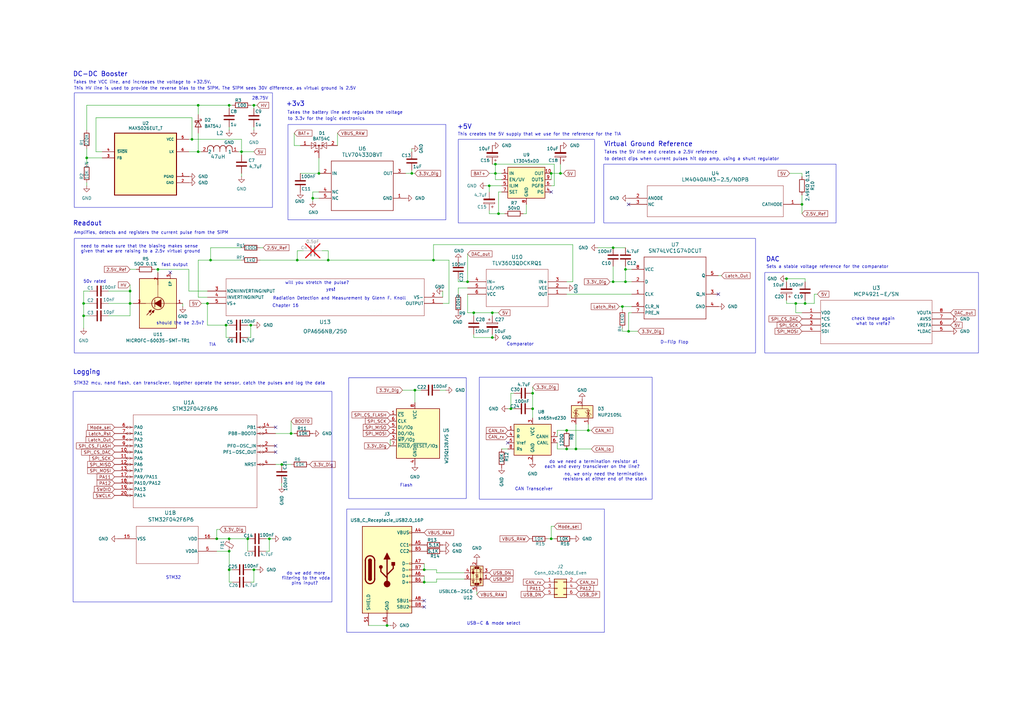
<source format=kicad_sch>
(kicad_sch (version 20250114) (generator "eeschema") (generator_version "9.0")
  (paper "A3")
  (rectangle (start 142.24 208.788) (end 247.904 259.334))
  (rectangle (start 196.596 154.686) (end 267.462 204.724))
  (rectangle (start 247.65 67.31) (end 342.9 91.44))
  (rectangle (start 187.96 57.15) (end 243.84 91.44))
  (rectangle (start 313.69 111.76) (end 401.32 144.78))
  (rectangle (start 30.48 97.79) (end 309.88 144.78))
  (rectangle (start 29.972 160.528) (end 136.144 246.888))
  (rectangle (start 30.48 38.1) (end 111.76 85.09))
  (rectangle (start 143.002 154.94) (end 191.262 204.47))
  (rectangle (start 118.11 51.054) (end 182.88 90.17))
  (text "Takes the battery line and regulates the voltage " (at 141.986 46.228 0) (effects (font (size 1.27 1.27))))
  (text "looong\n" (at 153.67 127.508 0) (effects (font (size 1.27 1.27))))
  (text "Sets a stable voltage reference for the comparator" (at 339.344 109.474 0) (effects (font (size 1.27 1.27))))
  (text "yes!\n" (at 135.636 118.872 0) (effects (font (size 1.27 1.27))))
  (text "TIA" (at 87.122 141.478 0) (effects (font (size 1.27 1.27))))
  (text "Takes the 5V line and creates a 2.5V reference " (at 271.526 62.484 0) (effects (font (size 1.27 1.27))))
  (text "should the be 2.5v?\n" (at 73.914 132.588 0) (effects (font (size 1.27 1.27))))
  (text "DC-DC Booster" (at 41.148 30.48 0) (effects (font (size 1.905 1.905) (thickness 0.254) (bold yes))))
  (text "Flash " (at 167.132 199.136 0) (effects (font (size 1.27 1.27))))
  (text "DAC" (at 316.992 106.426 0) (effects (font (size 1.905 1.905) (thickness 0.254) (bold yes))))
  (text "Comparator\n" (at 213.36 141.224 0) (effects (font (size 1.27 1.27))))
  (text "STM32 mcu, nand flash, can transciever, together operate the sensor, catch the pulses and log the data" (at 81.788 157.226 0) (effects (font (size 1.27 1.27))))
  (text "CAN Transceiver" (at 218.948 200.66 0) (effects (font (size 1.27 1.27))))
  (text "Logging\n" (at 35.56 152.654 0) (effects (font (size 1.905 1.905) (thickness 0.254) (bold yes))))
  (text " Radiation Detection and Measurement by Glenn F. Knoll " (at 139.192 122.428 0) (effects (font (size 1.27 1.27))))
  (text "do we need a termination resistor at\neach and every transciever on the line? \n" (at 243.332 190.5 0) (effects (font (size 1.27 1.27))))
  (text "fast output" (at 71.628 108.712 0) (effects (font (size 1.27 1.27))))
  (text "D-Flip Flop" (at 276.606 140.462 0) (effects (font (size 1.27 1.27))))
  (text "USB-C & mode select\n" (at 202.438 255.778 0) (effects (font (size 1.27 1.27))))
  (text "50v rated" (at 38.862 115.57 0) (effects (font (size 1.27 1.27))))
  (text "+3v3" (at 121.158 42.672 0) (effects (font (size 1.905 1.905) (thickness 0.254) (bold yes))))
  (text "Readout" (at 35.814 91.694 0) (effects (font (size 1.905 1.905) (thickness 0.254) (bold yes))))
  (text "This HV line is used to provide the reverse bias to the SiPM. The SiPM sees 30V difference, as virtual ground is 2.5V\n" (at 88.138 36.322 0) (effects (font (size 1.27 1.27))))
  (text "Takes the VCC line, and increases the voltage to +32.5V.\n" (at 58.42 33.782 0) (effects (font (size 1.27 1.27))))
  (text "This creates the 5V supply that we use for the reference for the TIA" (at 221.234 55.118 0) (effects (font (size 1.27 1.27))))
  (text "to detect dips when current pulses hit opp amp, using a shunt regulator" (at 283.718 65.278 0) (effects (font (size 1.27 1.27))))
  (text "+5V\n" (at 190.5 52.07 0) (effects (font (size 1.905 1.905) (thickness 0.254) (bold yes))))
  (text "check these again\nwhat to vrefa?" (at 358.14 131.826 0) (effects (font (size 1.27 1.27))))
  (text "to 3.3v for the logic electronics\n" (at 133.858 48.768 0) (effects (font (size 1.27 1.27))))
  (text "Amplifies, detects and registers the current pulse from the SiPM" (at 61.976 95.504 0) (effects (font (size 1.27 1.27))))
  (text "Virtual Ground Reference" (at 265.938 59.182 0) (effects (font (size 1.905 1.905) (thickness 0.254) (bold yes))))
  (text "need to make sure that the biasing makes sense\n given that we are raising to a 2.5v virtual ground\n\n" (at 57.15 103.124 0) (effects (font (size 1.27 1.27))))
  (text "28.75V" (at 106.68 40.386 0) (effects (font (size 1.27 1.27))))
  (text "\ndo we add more\n filtering to the vdda \npins input? " (at 125.476 236.22 0) (effects (font (size 1.27 1.27))))
  (text "no, we only need the termination \nresistors at either end of the stack" (at 248.158 195.58 0) (effects (font (size 1.27 1.27))))
  (text "will you stretch the pulse?" (at 130.048 116.078 0) (effects (font (size 1.27 1.27))))
  (text "Chapter 16\n" (at 117.094 125.476 0) (effects (font (size 1.27 1.27))))
  (text "STM32" (at 71.12 236.982 0) (effects (font (size 1.27 1.27))))
  (junction (at 64.77 110.49))
  (junction (at 158.75 256.54))
  (junction (at 328.93 83.82))
  (junction (at 34.29 129.54))
  (junction (at 256.54 110.49))
  (junction (at 168.91 71.12))
  (junction (at 34.29 124.46))
  (junction (at 257.81 135.89))
  (junction (at 203.2 71.12))
  (junction (at 322.58 114.3))
  (junction (at 35.56 64.77))
  (junction (at 241.3 176.53))
  (junction (at 251.46 101.6))
  (junction (at 99.06 62.23))
  (junction (at 203.2 67.31))
  (junction (at 201.93 128.27))
  (junction (at 218.44 167.64))
  (junction (at 232.41 184.15))
  (junction (at 191.77 115.57))
  (junction (at 177.8 106.68))
  (junction (at 101.6 220.98))
  (junction (at 173.99 238.76))
  (junction (at 86.36 106.68))
  (junction (at 251.46 115.57))
  (junction (at 93.98 220.98))
  (junction (at 236.22 184.15))
  (junction (at 128.27 81.28))
  (junction (at 119.38 177.8))
  (junction (at 53.34 124.46))
  (junction (at 93.98 233.68))
  (junction (at 256.54 115.57))
  (junction (at 110.49 220.98))
  (junction (at 326.39 124.46))
  (junction (at 218.44 161.29))
  (junction (at 88.9 220.98))
  (junction (at 226.06 71.12))
  (junction (at 200.66 76.2))
  (junction (at 130.81 71.12))
  (junction (at 204.47 87.63))
  (junction (at 121.92 106.68))
  (junction (at 170.18 160.02))
  (junction (at 104.14 233.68))
  (junction (at 115.57 190.5))
  (junction (at 134.62 106.68))
  (junction (at 81.28 43.18))
  (junction (at 194.31 128.27))
  (junction (at 81.28 62.23))
  (junction (at 229.87 71.12))
  (junction (at 209.55 167.64))
  (junction (at 104.14 43.18))
  (junction (at 93.98 43.18))
  (junction (at 201.93 138.43))
  (junction (at 85.09 124.46))
  (junction (at 53.34 119.38))
  (junction (at 102.87 133.35))
  (junction (at 255.27 125.73))
  (junction (at 232.41 176.53))
  (junction (at 78.74 57.15))
  (junction (at 226.06 220.98))
  (junction (at 92.71 133.35))
  (junction (at 173.99 233.68))
  (junction (at 93.98 226.06))
  (junction (at 330.2 124.46))
  (no_connect (at 173.99 246.38))
  (no_connect (at 69.85 111.76))
  (no_connect (at 113.03 175.26))
  (no_connect (at 173.99 248.92))
  (no_connect (at 257.81 83.82))
  (no_connect (at 113.03 182.88))
  (no_connect (at 113.03 185.42))
  (no_connect (at 226.06 78.74))
  (no_connect (at 294.64 120.65))
  (no_connect (at 208.28 181.61))
  (wire (pts (xy 82.55 124.46) (xy 85.09 124.46)))
  (wire (pts (xy 93.98 226.06) (xy 93.98 233.68)))
  (wire (pts (xy 251.46 101.6) (xy 256.54 101.6)))
  (wire (pts (xy 226.06 71.12) (xy 226.06 73.66)))
  (wire (pts (xy 194.31 128.27) (xy 191.77 128.27)))
  (wire (pts (xy 99.06 62.23) (xy 99.06 57.15)))
  (wire (pts (xy 218.44 158.75) (xy 218.44 161.29)))
  (wire (pts (xy 53.34 124.46) (xy 54.61 124.46)))
  (wire (pts (xy 187.96 115.57) (xy 191.77 115.57)))
  (wire (pts (xy 128.27 81.28) (xy 130.81 81.28)))
  (wire (pts (xy 78.74 48.26) (xy 78.74 57.15)))
  (wire (pts (xy 53.34 129.54) (xy 53.34 124.46)))
  (wire (pts (xy 255.27 125.73) (xy 255.27 127)))
  (wire (pts (xy 177.8 106.68) (xy 184.15 106.68)))
  (wire (pts (xy 53.34 110.49) (xy 55.88 110.49)))
  (wire (pts (xy 93.98 43.18) (xy 93.98 44.45)))
  (wire (pts (xy 77.47 62.23) (xy 81.28 62.23)))
  (wire (pts (xy 194.31 128.27) (xy 201.93 128.27)))
  (wire (pts (xy 179.07 233.68) (xy 173.99 233.68)))
  (wire (pts (xy 226.06 76.2) (xy 227.33 76.2)))
  (wire (pts (xy 86.36 101.6) (xy 99.06 101.6)))
  (wire (pts (xy 241.3 176.53) (xy 232.41 176.53)))
  (wire (pts (xy 115.57 198.12) (xy 115.57 199.39)))
  (wire (pts (xy 194.31 128.27) (xy 194.31 129.54)))
  (wire (pts (xy 330.2 124.46) (xy 334.01 124.46)))
  (wire (pts (xy 99.06 63.5) (xy 99.06 62.23)))
  (wire (pts (xy 168.91 71.12) (xy 168.91 69.85)))
  (wire (pts (xy 255.27 134.62) (xy 255.27 135.89)))
  (wire (pts (xy 81.28 121.92) (xy 81.28 106.68)))
  (wire (pts (xy 78.74 57.15) (xy 99.06 57.15)))
  (wire (pts (xy 106.68 106.68) (xy 121.92 106.68)))
  (wire (pts (xy 128.27 78.74) (xy 130.81 78.74)))
  (wire (pts (xy 234.95 100.33) (xy 177.8 100.33)))
  (wire (pts (xy 44.45 119.38) (xy 53.34 119.38)))
  (wire (pts (xy 245.11 101.6) (xy 251.46 101.6)))
  (wire (pts (xy 44.45 124.46) (xy 53.34 124.46)))
  (wire (pts (xy 85.09 133.35) (xy 92.71 133.35)))
  (wire (pts (xy 187.96 118.11) (xy 187.96 120.65)))
  (wire (pts (xy 214.63 87.63) (xy 215.9 87.63)))
  (wire (pts (xy 322.58 114.3) (xy 330.2 114.3)))
  (wire (pts (xy 90.17 217.17) (xy 88.9 217.17)))
  (wire (pts (xy 201.93 129.54) (xy 201.93 128.27)))
  (wire (pts (xy 255.27 125.73) (xy 259.08 125.73)))
  (wire (pts (xy 200.66 76.2) (xy 200.66 78.74)))
  (wire (pts (xy 121.92 106.68) (xy 134.62 106.68)))
  (wire (pts (xy 111.76 220.98) (xy 110.49 220.98)))
  (wire (pts (xy 208.28 167.64) (xy 209.55 167.64)))
  (wire (pts (xy 86.36 101.6) (xy 86.36 106.68)))
  (wire (pts (xy 201.93 137.16) (xy 201.93 138.43)))
  (wire (pts (xy 34.29 124.46) (xy 36.83 124.46)))
  (wire (pts (xy 226.06 220.98) (xy 227.33 220.98)))
  (wire (pts (xy 81.28 43.18) (xy 81.28 46.99)))
  (wire (pts (xy 128.27 81.28) (xy 128.27 82.55)))
  (wire (pts (xy 200.66 87.63) (xy 204.47 87.63)))
  (wire (pts (xy 227.33 215.9) (xy 226.06 215.9)))
  (wire (pts (xy 35.56 74.93) (xy 35.56 76.2)))
  (wire (pts (xy 34.29 129.54) (xy 36.83 129.54)))
  (wire (pts (xy 200.66 71.12) (xy 203.2 71.12)))
  (wire (pts (xy 104.14 52.07) (xy 104.14 53.34)))
  (wire (pts (xy 256.54 110.49) (xy 259.08 110.49)))
  (wire (pts (xy 151.13 256.54) (xy 158.75 256.54)))
  (wire (pts (xy 138.43 54.61) (xy 138.43 59.69)))
  (wire (pts (xy 177.8 100.33) (xy 177.8 106.68)))
  (wire (pts (xy 224.79 220.98) (xy 226.06 220.98)))
  (wire (pts (xy 257.81 135.89) (xy 261.62 135.89)))
  (wire (pts (xy 250.19 115.57) (xy 251.46 115.57)))
  (wire (pts (xy 323.85 71.12) (xy 328.93 71.12)))
  (wire (pts (xy 241.3 173.99) (xy 241.3 176.53)))
  (wire (pts (xy 104.14 133.35) (xy 102.87 133.35)))
  (wire (pts (xy 35.56 60.96) (xy 35.56 64.77)))
  (wire (pts (xy 179.07 237.49) (xy 179.07 238.76)))
  (wire (pts (xy 200.66 87.63) (xy 200.66 86.36)))
  (wire (pts (xy 102.87 138.43) (xy 101.6 138.43)))
  (wire (pts (xy 256.54 115.57) (xy 259.08 115.57)))
  (wire (pts (xy 322.58 115.57) (xy 322.58 114.3)))
  (wire (pts (xy 102.87 43.18) (xy 104.14 43.18)))
  (wire (pts (xy 93.98 52.07) (xy 93.98 53.34)))
  (wire (pts (xy 205.74 184.15) (xy 208.28 184.15)))
  (wire (pts (xy 110.49 226.06) (xy 109.22 226.06)))
  (wire (pts (xy 101.6 220.98) (xy 101.6 226.06)))
  (wire (pts (xy 34.29 119.38) (xy 34.29 124.46)))
  (wire (pts (xy 229.87 71.12) (xy 231.14 71.12)))
  (wire (pts (xy 104.14 43.18) (xy 104.14 44.45)))
  (wire (pts (xy 92.71 138.43) (xy 93.98 138.43)))
  (wire (pts (xy 218.44 167.64) (xy 218.44 171.45)))
  (wire (pts (xy 104.14 238.76) (xy 102.87 238.76)))
  (wire (pts (xy 160.02 180.34) (xy 160.02 182.88)))
  (wire (pts (xy 328.93 80.01) (xy 328.93 83.82)))
  (wire (pts (xy 204.47 78.74) (xy 204.47 87.63)))
  (wire (pts (xy 165.1 160.02) (xy 170.18 160.02)))
  (wire (pts (xy 119.38 172.72) (xy 119.38 177.8)))
  (wire (pts (xy 201.93 138.43) (xy 194.31 138.43)))
  (wire (pts (xy 181.61 119.38) (xy 181.61 121.92)))
  (wire (pts (xy 95.25 233.68) (xy 93.98 233.68)))
  (wire (pts (xy 85.09 124.46) (xy 85.09 133.35)))
  (wire (pts (xy 330.2 115.57) (xy 330.2 114.3)))
  (wire (pts (xy 105.41 233.68) (xy 104.14 233.68)))
  (wire (pts (xy 209.55 167.64) (xy 210.82 167.64)))
  (wire (pts (xy 326.39 124.46) (xy 322.58 124.46)))
  (wire (pts (xy 328.93 128.27) (xy 326.39 128.27)))
  (wire (pts (xy 134.62 102.87) (xy 134.62 106.68)))
  (wire (pts (xy 256.54 110.49) (xy 256.54 115.57)))
  (wire (pts (xy 34.29 124.46) (xy 34.29 129.54)))
  (wire (pts (xy 232.41 176.53) (xy 228.6 176.53)))
  (wire (pts (xy 34.29 129.54) (xy 34.29 134.62)))
  (wire (pts (xy 232.41 120.65) (xy 259.08 120.65)))
  (wire (pts (xy 41.91 64.77) (xy 35.56 64.77)))
  (wire (pts (xy 99.06 62.23) (xy 104.14 62.23)))
  (wire (pts (xy 120.65 59.69) (xy 123.19 59.69)))
  (wire (pts (xy 259.08 128.27) (xy 257.81 128.27)))
  (wire (pts (xy 191.77 104.14) (xy 191.77 115.57)))
  (wire (pts (xy 115.57 190.5) (xy 119.38 190.5)))
  (wire (pts (xy 228.6 184.15) (xy 228.6 181.61)))
  (wire (pts (xy 119.38 177.8) (xy 120.65 177.8)))
  (wire (pts (xy 226.06 215.9) (xy 226.06 220.98)))
  (wire (pts (xy 110.49 220.98) (xy 109.22 220.98)))
  (wire (pts (xy 236.22 173.99) (xy 236.22 184.15)))
  (wire (pts (xy 184.15 124.46) (xy 181.61 124.46)))
  (wire (pts (xy 120.65 54.61) (xy 120.65 59.69)))
  (wire (pts (xy 199.39 76.2) (xy 200.66 76.2)))
  (wire (pts (xy 168.91 71.12) (xy 170.18 71.12)))
  (wire (pts (xy 92.71 133.35) (xy 92.71 138.43)))
  (wire (pts (xy 88.9 217.17) (xy 88.9 220.98)))
  (wire (pts (xy 93.98 43.18) (xy 95.25 43.18)))
  (wire (pts (xy 180.34 160.02) (xy 182.88 160.02)))
  (wire (pts (xy 99.06 62.23) (xy 97.79 62.23)))
  (wire (pts (xy 218.44 161.29) (xy 218.44 167.64)))
  (wire (pts (xy 85.09 220.98) (xy 88.9 220.98)))
  (wire (pts (xy 86.36 106.68) (xy 99.06 106.68)))
  (wire (pts (xy 251.46 115.57) (xy 251.46 109.22)))
  (wire (pts (xy 229.87 67.31) (xy 229.87 71.12)))
  (wire (pts (xy 190.5 237.49) (xy 179.07 237.49)))
  (wire (pts (xy 74.93 125.73) (xy 74.93 124.46)))
  (wire (pts (xy 234.95 115.57) (xy 232.41 115.57)))
  (wire (pts (xy 35.56 43.18) (xy 81.28 43.18)))
  (wire (pts (xy 210.82 161.29) (xy 209.55 161.29)))
  (wire (pts (xy 104.14 233.68) (xy 102.87 233.68)))
  (wire (pts (xy 99.06 72.39) (xy 99.06 71.12)))
  (wire (pts (xy 78.74 57.15) (xy 77.47 57.15)))
  (wire (pts (xy 81.28 43.18) (xy 93.98 43.18)))
  (wire (pts (xy 328.93 83.82) (xy 328.93 87.63)))
  (wire (pts (xy 121.92 102.87) (xy 121.92 106.68)))
  (wire (pts (xy 166.37 71.12) (xy 168.91 71.12)))
  (wire (pts (xy 93.98 238.76) (xy 95.25 238.76)))
  (wire (pts (xy 92.71 133.35) (xy 93.98 133.35)))
  (wire (pts (xy 106.68 101.6) (xy 107.95 101.6)))
  (wire (pts (xy 34.29 119.38) (xy 36.83 119.38)))
  (wire (pts (xy 191.77 118.11) (xy 187.96 118.11)))
  (wire (pts (xy 124.46 102.87) (xy 121.92 102.87)))
  (wire (pts (xy 203.2 71.12) (xy 205.74 71.12)))
  (wire (pts (xy 173.99 238.76) (xy 179.07 238.76)))
  (wire (pts (xy 104.14 233.68) (xy 104.14 238.76)))
  (wire (pts (xy 236.22 184.15) (xy 232.41 184.15)))
  (wire (pts (xy 205.74 73.66) (xy 203.2 73.66)))
  (wire (pts (xy 184.15 106.68) (xy 184.15 124.46)))
  (wire (pts (xy 228.6 176.53) (xy 228.6 179.07)))
  (wire (pts (xy 187.96 114.3) (xy 187.96 115.57)))
  (wire (pts (xy 195.58 243.84) (xy 195.58 242.57)))
  (wire (pts (xy 295.91 113.03) (xy 294.64 113.03)))
  (wire (pts (xy 232.41 184.15) (xy 228.6 184.15)))
  (wire (pts (xy 257.81 128.27) (xy 257.81 135.89)))
  (wire (pts (xy 200.66 76.2) (xy 205.74 76.2)))
  (wire (pts (xy 226.06 71.12) (xy 229.87 71.12)))
  (wire (pts (xy 35.56 64.77) (xy 35.56 67.31)))
  (wire (pts (xy 113.03 177.8) (xy 119.38 177.8)))
  (wire (pts (xy 39.37 62.23) (xy 39.37 48.26)))
  (wire (pts (xy 209.55 161.29) (xy 209.55 167.64)))
  (wire (pts (xy 335.28 120.65) (xy 334.01 120.65)))
  (wire (pts (xy 330.2 124.46) (xy 326.39 124.46)))
  (wire (pts (xy 158.75 256.54) (xy 160.02 256.54)))
  (wire (pts (xy 215.9 83.82) (xy 215.9 87.63)))
  (wire (pts (xy 251.46 115.57) (xy 256.54 115.57)))
  (wire (pts (xy 64.77 110.49) (xy 63.5 110.49)))
  (wire (pts (xy 77.47 119.38) (xy 77.47 110.49)))
  (wire (pts (xy 205.74 78.74) (xy 204.47 78.74)))
  (wire (pts (xy 254 125.73) (xy 255.27 125.73)))
  (wire (pts (xy 203.2 73.66) (xy 203.2 71.12)))
  (wire (pts (xy 227.33 76.2) (xy 227.33 67.31)))
  (wire (pts (xy 39.37 48.26) (xy 78.74 48.26)))
  (wire (pts (xy 132.08 102.87) (xy 134.62 102.87)))
  (wire (pts (xy 234.95 100.33) (xy 234.95 115.57)))
  (wire (pts (xy 85.09 119.38) (xy 77.47 119.38)))
  (wire (pts (xy 170.18 160.02) (xy 172.72 160.02)))
  (wire (pts (xy 130.81 64.77) (xy 130.81 71.12)))
  (wire (pts (xy 201.93 67.31) (xy 203.2 67.31)))
  (wire (pts (xy 113.03 190.5) (xy 115.57 190.5)))
  (wire (pts (xy 128.27 78.74) (xy 128.27 81.28)))
  (wire (pts (xy 203.2 67.31) (xy 203.2 71.12)))
  (wire (pts (xy 102.87 133.35) (xy 102.87 138.43)))
  (wire (pts (xy 110.49 220.98) (xy 110.49 226.06)))
  (wire (pts (xy 93.98 233.68) (xy 93.98 238.76)))
  (wire (pts (xy 194.31 137.16) (xy 194.31 138.43)))
  (wire (pts (xy 236.22 184.15) (xy 242.57 184.15)))
  (wire (pts (xy 134.62 106.68) (xy 177.8 106.68)))
  (wire (pts (xy 88.9 226.06) (xy 93.98 226.06)))
  (wire (pts (xy 81.28 62.23) (xy 82.55 62.23)))
  (wire (pts (xy 104.14 43.18) (xy 105.41 43.18)))
  (wire (pts (xy 88.9 220.98) (xy 93.98 220.98)))
  (wire (pts (xy 190.5 234.95) (xy 179.07 234.95)))
  (wire (pts (xy 207.01 87.63) (xy 204.47 87.63)))
  (wire (pts (xy 53.34 119.38) (xy 53.34 124.46)))
  (wire (pts (xy 41.91 62.23) (xy 39.37 62.23)))
  (wire (pts (xy 241.3 176.53) (xy 242.57 176.53)))
  (wire (pts (xy 168.91 60.96) (xy 168.91 62.23)))
  (wire (pts (xy 44.45 129.54) (xy 53.34 129.54)))
  (wire (pts (xy 81.28 121.92) (xy 85.09 121.92)))
  (wire (pts (xy 326.39 124.46) (xy 326.39 128.27)))
  (wire (pts (xy 334.01 120.65) (xy 334.01 124.46)))
  (wire (pts (xy 173.99 231.14) (xy 173.99 233.68)))
  (wire (pts (xy 204.47 128.27) (xy 201.93 128.27)))
  (wire (pts (xy 328.93 71.12) (xy 328.93 72.39)))
  (wire (pts (xy 93.98 220.98) (xy 101.6 220.98)))
  (wire (pts (xy 102.87 133.35) (xy 101.6 133.35)))
  (wire (pts (xy 64.77 111.76) (xy 64.77 110.49)))
  (wire (pts (xy 123.19 71.12) (xy 130.81 71.12)))
  (wire (pts (xy 322.58 123.19) (xy 322.58 124.46)))
  (wire (pts (xy 191.77 120.65) (xy 191.77 128.27)))
  (wire (pts (xy 227.33 67.31) (xy 203.2 67.31)))
  (wire (pts (xy 77.47 110.49) (xy 64.77 110.49)))
  (wire (pts (xy 330.2 123.19) (xy 330.2 124.46)))
  (wire (pts (xy 255.27 135.89) (xy 257.81 135.89)))
  (wire (pts (xy 35.56 53.34) (xy 35.56 43.18)))
  (wire (pts (xy 173.99 236.22) (xy 173.99 238.76)))
  (wire (pts (xy 170.18 160.02) (xy 170.18 165.1)))
  (wire (pts (xy 179.07 234.95) (xy 179.07 233.68)))
  (wire (pts (xy 256.54 109.22) (xy 256.54 110.49)))
  (wire (pts (xy 53.34 116.84) (xy 53.34 119.38)))
  (wire (pts (xy 81.28 106.68) (xy 86.36 106.68)))
  (wire (pts (xy 81.28 54.61) (xy 81.28 62.23)))
  (global_label "BOOT0" (shape input) (at 119.38 172.72 0) (property "Intersheetrefs" "${INTERSHEET_REFS}" (effects (hide yes))))
  (global_label "CAN_rx" (shape input) (at 223.52 238.76 180) (property "Intersheetrefs" "${INTERSHEET_REFS}" (effects (hide yes))))
  (global_label "CAN_tx" (shape input) (at 208.28 176.53 180) (property "Intersheetrefs" "${INTERSHEET_REFS}" (effects (hide yes))))
  (global_label "Latch_Out" (shape input) (at 46.99 180.34 180) (property "Intersheetrefs" "${INTERSHEET_REFS}" (effects (hide yes))))
  (global_label "HV" (shape input) (at 105.41 43.18 0) (property "Intersheetrefs" "${INTERSHEET_REFS}" (effects (hide yes))))
  (global_label "CAN_tx" (shape input) (at 236.22 238.76 0) (property "Intersheetrefs" "${INTERSHEET_REFS}" (effects (hide yes))))
  (global_label "USB_DN" (shape input) (at 200.66 234.95 0) (property "Intersheetrefs" "${INTERSHEET_REFS}" (effects (hide yes))))
  (global_label "CAN_rx" (shape input) (at 208.28 179.07 180) (property "Intersheetrefs" "${INTERSHEET_REFS}" (effects (hide yes))))
  (global_label "Mode_sel" (shape input) (at 227.33 215.9 0) (property "Intersheetrefs" "${INTERSHEET_REFS}" (effects (hide yes))))
  (global_label "5V" (shape input) (at 204.47 128.27 0) (property "Intersheetrefs" "${INTERSHEET_REFS}" (effects (hide yes))))
  (global_label "USB_DP" (shape input) (at 236.22 243.84 0) (property "Intersheetrefs" "${INTERSHEET_REFS}" (effects (hide yes))))
  (global_label "SPI_SCK" (shape input) (at 160.02 172.72 180) (property "Intersheetrefs" "${INTERSHEET_REFS}" (effects (hide yes))))
  (global_label "3.3V_Dig" (shape input) (at 261.62 135.89 0) (property "Intersheetrefs" "${INTERSHEET_REFS}" (effects (hide yes))))
  (global_label "Mode_sel" (shape input) (at 46.99 175.26 180) (property "Intersheetrefs" "${INTERSHEET_REFS}" (effects (hide yes))))
  (global_label "PA11" (shape input) (at 223.52 241.3 180) (property "Intersheetrefs" "${INTERSHEET_REFS}" (effects (hide yes))))
  (global_label "SPI_MISO" (shape input) (at 160.02 175.26 180) (property "Intersheetrefs" "${INTERSHEET_REFS}" (effects (hide yes))))
  (global_label "DAC_out" (shape input) (at 389.89 128.27 0) (property "Intersheetrefs" "${INTERSHEET_REFS}" (effects (hide yes))))
  (global_label "2.5V_Ref" (shape input) (at 53.34 110.49 180) (property "Intersheetrefs" "${INTERSHEET_REFS}" (effects (hide yes))))
  (global_label "Latch_Rst" (shape input) (at 254 125.73 180) (property "Intersheetrefs" "${INTERSHEET_REFS}" (effects (hide yes))))
  (global_label "3.3V_Dig" (shape input) (at 250.19 115.57 180) (property "Intersheetrefs" "${INTERSHEET_REFS}" (effects (hide yes))))
  (global_label "5V" (shape input) (at 389.89 133.35 0) (property "Intersheetrefs" "${INTERSHEET_REFS}" (effects (hide yes))))
  (global_label "3.3V_Dig" (shape input) (at 160.02 182.88 180) (property "Intersheetrefs" "${INTERSHEET_REFS}" (effects (hide yes))))
  (global_label "BAT+" (shape input) (at 120.65 54.61 0) (property "Intersheetrefs" "${INTERSHEET_REFS}" (effects (hide yes))))
  (global_label "USB_DP" (shape input) (at 200.66 237.49 0) (property "Intersheetrefs" "${INTERSHEET_REFS}" (effects (hide yes))))
  (global_label "SPI_CS_FLASH" (shape input) (at 160.02 170.18 180) (property "Intersheetrefs" "${INTERSHEET_REFS}" (effects (hide yes))))
  (global_label "5V" (shape input) (at 231.14 71.12 0) (property "Intersheetrefs" "${INTERSHEET_REFS}" (effects (hide yes))))
  (global_label "BAT+" (shape input) (at 200.66 71.12 180) (property "Intersheetrefs" "${INTERSHEET_REFS}" (effects (hide yes))))
  (global_label "3.3V_Dig" (shape input) (at 90.17 217.17 0) (property "Intersheetrefs" "${INTERSHEET_REFS}" (effects (hide yes))))
  (global_label "2.5V_Ref" (shape input) (at 107.95 101.6 0) (property "Intersheetrefs" "${INTERSHEET_REFS}" (effects (hide yes))))
  (global_label "3.3V_Dig" (shape input) (at 170.18 71.12 0) (property "Intersheetrefs" "${INTERSHEET_REFS}" (effects (hide yes))))
  (global_label "SPI_CS_DAC" (shape input) (at 328.93 130.81 180) (property "Intersheetrefs" "${INTERSHEET_REFS}" (effects (hide yes))))
  (global_label "SPI_CS_FLASH" (shape input) (at 46.99 182.88 180) (property "Intersheetrefs" "${INTERSHEET_REFS}" (effects (hide yes))))
  (global_label "5V" (shape input) (at 82.55 124.46 180) (property "Intersheetrefs" "${INTERSHEET_REFS}" (effects (hide yes))))
  (global_label "SPI_SCK" (shape input) (at 328.93 133.35 180) (property "Intersheetrefs" "${INTERSHEET_REFS}" (effects (hide yes))))
  (global_label "SPI_CS_DAC" (shape input) (at 46.99 185.42 180) (property "Intersheetrefs" "${INTERSHEET_REFS}" (effects (hide yes))))
  (global_label "5V" (shape input) (at 323.85 71.12 180) (property "Intersheetrefs" "${INTERSHEET_REFS}" (effects (hide yes))))
  (global_label "VBUS_RAW" (shape input) (at 138.43 54.61 0) (property "Intersheetrefs" "${INTERSHEET_REFS}" (effects (hide yes))))
  (global_label "VBUS_RAW" (shape input) (at 173.99 218.44 0) (property "Intersheetrefs" "${INTERSHEET_REFS}" (effects (hide yes))))
  (global_label "SPI_SCK" (shape input) (at 46.99 187.96 180) (property "Intersheetrefs" "${INTERSHEET_REFS}" (effects (hide yes))))
  (global_label "3.3V_Dig" (shape input) (at 165.1 160.02 180) (property "Intersheetrefs" "${INTERSHEET_REFS}" (effects (hide yes))))
  (global_label "SWDIO" (shape input) (at 46.99 200.66 180) (property "Intersheetrefs" "${INTERSHEET_REFS}" (effects (hide yes))))
  (global_label "VBUS_RAW" (shape input) (at 217.17 220.98 180) (property "Intersheetrefs" "${INTERSHEET_REFS}" (effects (hide yes))))
  (global_label "2.5V_Ref" (shape input) (at 328.93 87.63 0) (property "Intersheetrefs" "${INTERSHEET_REFS}" (effects (hide yes))))
  (global_label "3.3V_Dig" (shape input) (at 127 190.5 0) (property "Intersheetrefs" "${INTERSHEET_REFS}" (effects (hide yes))))
  (global_label "HV" (shape input) (at 53.34 116.84 180) (property "Intersheetrefs" "${INTERSHEET_REFS}" (effects (hide yes))))
  (global_label "DAC_out" (shape input) (at 191.77 104.14 0) (property "Intersheetrefs" "${INTERSHEET_REFS}" (effects (hide yes))))
  (global_label "SWCLK" (shape input) (at 46.99 203.2 180) (property "Intersheetrefs" "${INTERSHEET_REFS}" (effects (hide yes))))
  (global_label "SPI_MISO" (shape input) (at 46.99 190.5 180) (property "Intersheetrefs" "${INTERSHEET_REFS}" (effects (hide yes))))
  (global_label "Latch_Out" (shape input) (at 295.91 113.03 0) (property "Intersheetrefs" "${INTERSHEET_REFS}" (effects (hide yes))))
  (global_label "CAN_hi" (shape input) (at 242.57 176.53 0) (property "Intersheetrefs" "${INTERSHEET_REFS}" (effects (hide yes))))
  (global_label "USB_DN" (shape input) (at 223.52 243.84 180) (property "Intersheetrefs" "${INTERSHEET_REFS}" (effects (hide yes))))
  (global_label "VBUS_RAW" (shape input) (at 195.58 243.84 0) (property "Intersheetrefs" "${INTERSHEET_REFS}" (effects (hide yes))))
  (global_label "CAN_lo" (shape input) (at 242.57 184.15 0) (property "Intersheetrefs" "${INTERSHEET_REFS}" (effects (hide yes))))
  (global_label "5V" (shape input) (at 335.28 120.65 0) (property "Intersheetrefs" "${INTERSHEET_REFS}" (effects (hide yes))))
  (global_label "3.3V_Dig" (shape input) (at 218.44 158.75 0) (property "Intersheetrefs" "${INTERSHEET_REFS}" (effects (hide yes))))
  (global_label "PA12" (shape input) (at 46.99 198.12 180) (property "Intersheetrefs" "${INTERSHEET_REFS}" (effects (hide yes))))
  (global_label "PA11" (shape input) (at 46.99 195.58 180) (property "Intersheetrefs" "${INTERSHEET_REFS}" (effects (hide yes))))
  (global_label "SPI_MOSI" (shape input) (at 46.99 193.04 180) (property "Intersheetrefs" "${INTERSHEET_REFS}" (effects (hide yes))))
  (global_label "SPI_MOSI" (shape input) (at 328.93 135.89 180) (property "Intersheetrefs" "${INTERSHEET_REFS}" (effects (hide yes))))
  (global_label "Latch_Rst" (shape input) (at 46.99 177.8 180) (property "Intersheetrefs" "${INTERSHEET_REFS}" (effects (hide yes))))
  (global_label "SPI_MOSI" (shape input) (at 160.02 177.8 180) (property "Intersheetrefs" "${INTERSHEET_REFS}" (effects (hide yes))))
  (global_label "PA12" (shape input) (at 236.22 241.3 0) (property "Intersheetrefs" "${INTERSHEET_REFS}" (effects (hide yes))))
  (global_label "5V" (shape input) (at 104.14 62.23 0) (property "Intersheetrefs" "${INTERSHEET_REFS}" (effects (hide yes))))
  (symbol (lib_id "Interface_CAN_LIN:SN65HVD230") (at 218.44 179.07 0) (unit 1)
    (property "Reference" "U8" (at 220.5833 168.91 0) (effects (justify left)))
    (property "Value" "sn65hvd230" (at 220.5833 171.45 0) (effects (justify left)))
    (property "Footprint" "Package_SO:SOIC-8_3.9x4.9mm_P1.27mm" (effects (hide yes)))
    (property "Datasheet" "http://www.ti.com/lit/ds/symlink/sn65hvd230.pdf" (effects (hide yes)))
    (property "Description" "CAN Bus Transceivers, 3.3V, 1Mbps, Low-Power capabilities, SOIC-8" (effects (hide yes)))
  )
  (symbol (lib_id "Device:R") (at 35.56 57.15 180) (unit 1)
    (property "Reference" "R1" (at 33.528 59.69 90) (effects (justify right)))
    (property "Value" "220K" (at 35.56 59.944 90) (effects (justify right)))
    (property "Footprint" "Resistor_SMD:R_0402_1005Metric" (effects (hide yes)))
    (property "Description" "Resistor" (effects (hide yes)))
  )
  (symbol (lib_id "power:GND") (at 195.58 229.87 180) (unit 1)
    (property "Reference" "#PWR040" (effects (hide yes)))
    (property "Value" "GND" (at 195.58 224.79 0))
    (property "Description" "Power symbol creates a global label with name \"GND\" , ground" (effects (hide yes)))
  )
  (symbol (lib_id "power:GND") (at 181.61 226.06 90) (unit 1)
    (property "Reference" "#PWR038" (effects (hide yes)))
    (property "Value" "GND" (at 185.42 226.0601 90) (effects (justify right)))
    (property "Description" "Power symbol creates a global label with name \"GND\" , ground" (effects (hide yes)))
  )
  (symbol (lib_id "power:GND") (at 168.91 60.96 90) (unit 1)
    (property "Reference" "#PWR017" (effects (hide yes)))
    (property "Value" "GND" (at 172.72 60.96 0))
    (property "Description" "Power symbol creates a global label with name \"GND\" , ground" (effects (hide yes)))
  )
  (symbol (lib_id "Device:C") (at 97.79 133.35 90) (unit 1)
    (property "Reference" "C5" (at 94.234 132.08 90))
    (property "Value" "100nF" (at 101.854 131.826 90))
    (property "Footprint" "Capacitor_SMD:C_0402_1005Metric" (effects (hide yes)))
    (property "Description" "Unpolarized capacitor" (effects (hide yes)))
  )
  (symbol (lib_id "Device:C") (at 93.98 48.26 0) (unit 1)
    (property "Reference" "C8" (at 94.488 45.72 0) (effects (justify left)))
    (property "Value" "1u" (at 94.488 51.054 0) (effects (justify left)))
    (property "Footprint" "Resistor_SMD:R_0402_1005Metric" (effects (hide yes)))
    (property "Description" "Unpolarized capacitor" (effects (hide yes)))
  )
  (symbol (lib_id "power:GND") (at 234.95 220.98 90) (unit 1)
    (property "Reference" "#PWR041" (effects (hide yes)))
    (property "Value" "GND" (at 238.76 220.9799 90) (effects (justify right)))
    (property "Description" "Power symbol creates a global label with name \"GND\" , ground" (effects (hide yes)))
  )
  (symbol (lib_id "power:GND") (at 166.37 81.28 90) (unit 1)
    (property "Reference" "#PWR016" (effects (hide yes)))
    (property "Value" "GND" (at 170.18 81.2799 90) (effects (justify right)))
    (property "Description" "Power symbol creates a global label with name \"GND\" , ground" (effects (hide yes)))
  )
  (symbol (lib_id "Device:C_Polarized") (at 229.87 63.5 180) (unit 1)
    (property "Reference" "C18" (at 228.854 65.786 0) (effects (justify left)))
    (property "Value" "10uF" (at 229.108 60.96 0) (effects (justify left)))
    (property "Footprint" "Capacitor_SMD:C_0402_1005Metric" (effects (hide yes)))
    (property "Description" "Polarized capacitor" (effects (hide yes)))
  )
  (symbol (lib_id "power:GND") (at 205.74 191.77 0) (unit 1)
    (property "Reference" "#PWR030" (effects (hide yes)))
    (property "Value" "GND" (at 205.7399 195.58 90) (effects (justify right)))
    (property "Description" "Power symbol creates a global label with name \"GND\" , ground" (effects (hide yes)))
  )
  (symbol (lib_id "power:GND") (at 170.18 190.5 0) (unit 1)
    (property "Reference" "#PWR029" (effects (hide yes)))
    (property "Value" "GND" (at 170.18 195.58 0))
    (property "Description" "Power symbol creates a global label with name \"GND\" , ground" (effects (hide yes)))
  )
  (symbol (lib_id "Device:C") (at 104.14 48.26 0) (unit 1)
    (property "Reference" "C9" (at 104.648 45.72 0) (effects (justify left)))
    (property "Value" "1u" (at 104.648 51.054 0) (effects (justify left)))
    (property "Footprint" "Resistor_SMD:R_0402_1005Metric" (effects (hide yes)))
    (property "Description" "Unpolarized capacitor" (effects (hide yes)))
  )
  (symbol (lib_id "power:GND") (at 105.41 233.68 90) (unit 1)
    (property "Reference" "#PWR036" (effects (hide yes)))
    (property "Value" "GND" (at 109.22 233.6799 90) (effects (justify right)))
    (property "Description" "Power symbol creates a global label with name \"GND\" , ground" (effects (hide yes)))
  )
  (symbol (lib_id "Power_Protection:USBLC6-2SC6") (at 195.58 237.49 180) (unit 1)
    (property "Reference" "U12" (at 193.9289 245.11 0) (effects (justify left)))
    (property "Value" "USBLC6-2SC6" (at 193.9289 242.57 0) (effects (justify left)))
    (property "Footprint" "Package_TO_SOT_SMD:SOT-23-6" (effects (hide yes)))
    (property "Datasheet" "https://www.st.com/resource/en/datasheet/usblc6-2.pdf" (effects (hide yes)))
    (property "Description" "Very low capacitance ESD protection diode, 2 data-line, SOT-23-6" (effects (hide yes)))
  )
  (symbol (lib_id "power:GND") (at 104.14 53.34 0) (unit 1)
    (property "Reference" "#PWR011" (effects (hide yes)))
    (property "Value" "GND" (at 104.14 58.42 0))
    (property "Description" "Power symbol creates a global label with name \"GND\" , ground" (effects (hide yes)))
  )
  (symbol (lib_id "Device:C") (at 256.54 105.41 180) (unit 1)
    (property "Reference" "C12" (at 259.08 107.95 0))
    (property "Value" "4.7uF" (at 259.588 103.124 0))
    (property "Footprint" "Capacitor_SMD:C_0402_1005Metric" (effects (hide yes)))
    (property "Description" "Unpolarized capacitor" (effects (hide yes)))
  )
  (symbol (lib_id "Device:C") (at 99.06 67.31 0) (unit 1)
    (property "Reference" "C7" (at 101.854 65.786 0) (effects (justify left)))
    (property "Value" "4.7uF" (at 102.108 68.326 0) (effects (justify left)))
    (property "Footprint" "Resistor_SMD:R_0402_1005Metric" (effects (hide yes)))
    (property "Description" "Unpolarized capacitor" (effects (hide yes)))
  )
  (symbol (lib_id "Device:C") (at 128.27 102.87 90) (unit 1) (dnp yes)
    (property "Reference" "C4" (at 124.714 101.6 90))
    (property "Value" "0.5pF" (at 128.27 99.06 90))
    (property "Footprint" "Capacitor_SMD:C_0402_1005Metric" (effects (hide yes)))
    (property "Description" "Unpolarized capacitor" (effects (hide yes)))
  )
  (symbol (lib_id "Device:R") (at 220.98 220.98 270) (unit 1)
    (property "Reference" "R15" (at 223.52 223.012 90) (effects (justify right)))
    (property "Value" "10K" (at 223.012 220.98 90) (effects (justify right)))
    (property "Footprint" "Resistor_SMD:R_0402_1005Metric" (effects (hide yes)))
    (property "Description" "Resistor" (effects (hide yes)))
  )
  (symbol (lib_id "power:GND") (at 322.58 114.3 270) (unit 1)
    (property "Reference" "#PWR024" (effects (hide yes)))
    (property "Value" "GND" (at 318.77 114.3001 90) (effects (justify right)))
    (property "Description" "Power symbol creates a global label with name \"GND\" , ground" (effects (hide yes)))
  )
  (symbol (lib_id "Device:R") (at 187.96 124.46 180) (unit 1)
    (property "Reference" "R9" (at 188.214 128.524 0) (effects (justify right)))
    (property "Value" "100kΩ" (at 187.96 127 90) (effects (justify right)))
    (property "Footprint" "Resistor_SMD:R_0402_1005Metric" (effects (hide yes)))
    (property "Description" "Resistor" (effects (hide yes)))
  )
  (symbol (lib_id "power:GND") (at 232.41 118.11 90) (unit 1)
    (property "Reference" "#PWR021" (effects (hide yes)))
    (property "Value" "GND" (at 236.22 116.332 0) (effects (justify right)))
    (property "Description" "Power symbol creates a global label with name \"GND\" , ground" (effects (hide yes)))
  )
  (symbol (lib_id "power:GND") (at 181.61 223.52 90) (unit 1)
    (property "Reference" "#PWR039" (effects (hide yes)))
    (property "Value" "GND" (at 185.42 223.5199 90) (effects (justify right)))
    (property "Description" "Power symbol creates a global label with name \"GND\" , ground" (effects (hide yes)))
  )
  (symbol (lib_id "Device:C") (at 105.41 226.06 90) (unit 1)
    (property "Reference" "C17" (at 102.108 227.33 90))
    (property "Value" "4.7uF" (at 109.474 227.33 90))
    (property "Footprint" "Capacitor_SMD:C_0402_1005Metric" (effects (hide yes)))
    (property "Description" "Unpolarized capacitor" (effects (hide yes)))
  )
  (symbol (lib_id "power:GND") (at 201.93 138.43 90) (unit 1)
    (property "Reference" "#PWR023" (effects (hide yes)))
    (property "Value" "GND" (at 205.74 138.4299 90) (effects (justify right)))
    (property "Description" "Power symbol creates a global label with name \"GND\" , ground" (effects (hide yes)))
  )
  (symbol (lib_id "Device:C") (at 115.57 194.31 0) (unit 1)
    (property "Reference" "C21" (at 116.84 190.754 90))
    (property "Value" "100nF" (at 117.094 198.374 90))
    (property "Footprint" "Capacitor_SMD:C_0402_1005Metric" (effects (hide yes)))
    (property "Description" "Unpolarized capacitor" (effects (hide yes)))
  )
  (symbol (lib_id "power:GND") (at 187.96 106.68 180) (unit 1)
    (property "Reference" "#PWR01" (effects (hide yes)))
    (property "Value" "GND" (at 186.182 102.87 0) (effects (justify right)))
    (property "Description" "Power symbol creates a global label with name \"GND\" , ground" (effects (hide yes)))
  )
  (symbol (lib_id "power:GND") (at 187.96 128.27 0) (unit 1)
    (property "Reference" "#PWR037" (effects (hide yes)))
    (property "Value" "GND" (at 189.738 132.08 0) (effects (justify right)))
    (property "Description" "Power symbol creates a global label with name \"GND\" , ground" (effects (hide yes)))
  )
  (symbol (lib_id "power:GND") (at 201.93 59.69 90) (unit 1)
    (property "Reference" "#PWR020" (effects (hide yes)))
    (property "Value" "GND" (at 205.74 59.6899 90) (effects (justify right)))
    (property "Description" "Power symbol creates a global label with name \"GND\" , ground" (effects (hide yes)))
  )
  (symbol (lib_id "Device:R") (at 102.87 101.6 90) (unit 1)
    (property "Reference" "Rg1" (at 98.806 100.584 90))
    (property "Value" "100Ω" (at 102.87 101.6 90))
    (property "Footprint" "Resistor_SMD:R_0402_1005Metric" (effects (hide yes)))
    (property "Description" "Resistor" (effects (hide yes)))
  )
  (symbol (lib_id "power:GND") (at 35.56 76.2 0) (unit 1)
    (property "Reference" "#PWR03" (effects (hide yes)))
    (property "Value" "GND" (at 35.56 81.28 0))
    (property "Description" "Power symbol creates a global label with name \"GND\" , ground" (effects (hide yes)))
  )
  (symbol (lib_id "Device:C") (at 176.53 160.02 90) (unit 1)
    (property "Reference" "C22" (at 172.974 158.75 90))
    (property "Value" "100nF" (at 180.594 158.496 90))
    (property "Footprint" "Capacitor_SMD:C_0402_1005Metric" (effects (hide yes)))
    (property "Description" "Unpolarized capacitor" (effects (hide yes)))
  )
  (symbol (lib_id "Device:R") (at 102.87 106.68 90) (unit 1)
    (property "Reference" "RF1" (at 98.806 105.664 90))
    (property "Value" "1kΩ" (at 102.87 106.68 90))
    (property "Footprint" "Resistor_SMD:R_0402_1005Metric" (effects (hide yes)))
    (property "Description" "Resistor" (effects (hide yes)))
  )
  (symbol (lib_id "TLV70433DBVT:TLV70433DBVT") (at 148.59 76.2 0) (unit 1)
    (property "Reference" "U6" (at 148.59 60.96 0) (effects (font (size 1.524 1.524))))
    (property "Value" "TLV70433DBVT" (at 148.59 63.5 0) (effects (font (size 1.524 1.524))))
    (property "Footprint" "DBV0005A_N" (effects (hide yes)))
    (property "Datasheet" "https://www.ti.com/lit/gpn/tlv704" (effects (hide yes)))
  )
  (symbol (lib_id "power:GND") (at 160.02 256.54 90) (unit 1)
    (property "Reference" "#PWR043" (effects (hide yes)))
    (property "Value" "GND" (at 163.83 256.5399 90) (effects (justify right)))
    (property "Description" "Power symbol creates a global label with name \"GND\" , ground" (effects (hide yes)))
  )
  (symbol (lib_id "power:GND") (at 34.29 134.62 0) (unit 1)
    (property "Reference" "#PWR02" (effects (hide yes)))
    (property "Value" "GND" (at 34.29 139.7 0))
    (property "Description" "Power symbol creates a global label with name \"GND\" , ground" (effects (hide yes)))
  )
  (symbol (lib_id "Device:C_Polarized") (at 201.93 63.5 180) (unit 1)
    (property "Reference" "C16" (at 200.914 65.786 0) (effects (justify left)))
    (property "Value" "10uF" (at 201.168 60.96 0) (effects (justify left)))
    (property "Footprint" "Capacitor_SMD:C_0402_1005Metric" (effects (hide yes)))
    (property "Description" "Polarized capacitor" (effects (hide yes)))
  )
  (symbol (lib_id "Device:C") (at 330.2 119.38 180) (unit 1)
    (property "Reference" "C19" (at 329.438 121.666 0) (effects (justify left)))
    (property "Value" "100nF" (at 329.692 116.84 0) (effects (justify left)))
    (property "Footprint" "Resistor_SMD:R_0402_1005Metric" (effects (hide yes)))
    (property "Description" "Unpolarized capacitor" (effects (hide yes)))
  )
  (symbol (lib_id "power:GND") (at 238.76 163.83 180) (unit 1)
    (property "Reference" "#PWR042" (effects (hide yes)))
    (property "Value" "GND" (at 236.728 160.02 0) (effects (justify right)))
    (property "Description" "Power symbol creates a global label with name \"GND\" , ground" (effects (hide yes)))
  )
  (symbol (lib_id "TLV3603:TLV3603QDCKRQ1") (at 232.41 120.65 180) (unit 1)
    (property "Reference" "U10" (at 212.09 105.41 0) (effects (font (size 1.524 1.524))))
    (property "Value" "TLV3603QDCKRQ1" (at 212.09 107.95 0) (effects (font (size 1.524 1.524))))
    (property "Footprint" "SC70_PLV3603_TEX" (effects (hide yes)))
    (property "Datasheet" "https://www.ti.com/lit/gpn/tlv3603-q1" (effects (hide yes)))
  )
  (symbol (lib_id "Regulator_Linear:LT3045xDD") (at 215.9 73.66 0) (unit 1)
    (property "Reference" "U9" (at 215.9 63.5 0))
    (property "Value" "LT3045xDD" (at 215.9 66.04 0))
    (property "Footprint" "Package_DFN_QFN:DFN-10-1EP_3x3mm_P0.5mm_EP1.65x2.38mm" (effects (hide yes)))
    (property "Datasheet" "https://www.analog.com/media/en/technical-documentation/data-sheets/3045fa.pdf" (effects (hide yes)))
    (property "Description" "500mA, Adjustable, Ultralow Noise, Ultrahigh PSRR Linear Regulator, DFN-10" (effects (hide yes)))
  )
  (symbol (lib_id "power:GND") (at 99.06 72.39 0) (unit 1)
    (property "Reference" "#PWR07" (effects (hide yes)))
    (property "Value" "GND" (at 99.06 77.47 0))
    (property "Description" "Power symbol creates a global label with name \"GND\" , ground" (effects (hide yes)))
  )
  (symbol (lib_id "power:GND") (at 294.64 125.73 90) (unit 1)
    (property "Reference" "#PWR018" (effects (hide yes)))
    (property "Value" "GND" (at 298.45 125.7299 90) (effects (justify right)))
    (property "Description" "Power symbol creates a global label with name \"GND\" , ground" (effects (hide yes)))
  )
  (symbol (lib_id "Device:R") (at 177.8 226.06 270) (unit 1)
    (property "Reference" "R14" (at 180.34 228.092 90) (effects (justify right)))
    (property "Value" "5.1K" (at 179.832 226.06 90) (effects (justify right)))
    (property "Footprint" "Resistor_SMD:R_0402_1005Metric" (effects (hide yes)))
    (property "Description" "Resistor" (effects (hide yes)))
  )
  (symbol (lib_id "power:GND") (at 128.27 82.55 0) (unit 1)
    (property "Reference" "#PWR014" (effects (hide yes)))
    (property "Value" "GND" (at 126.492 87.122 0) (effects (justify left)))
    (property "Description" "Power symbol creates a global label with name \"GND\" , ground" (effects (hide yes)))
  )
  (symbol (lib_id "Device:R") (at 328.93 76.2 0) (unit 1)
    (property "Reference" "R10" (at 333.248 76.2 90))
    (property "Value" "2.49KΩ 0.1%" (at 331.216 76.2 90))
    (property "Footprint" "Resistor_SMD:R_0402_1005Metric" (effects (hide yes)))
    (property "Description" "Resistor" (effects (hide yes)))
  )
  (symbol (lib_id "MICROFC-60035-SMT-TR1:MICROFC-60035-SMT-TR1") (at 64.77 124.46 90) (unit 1)
    (property "Reference" "U11" (at 64.77 137.16 90))
    (property "Value" "MICROFC-60035-SMT-TR1" (at 64.77 139.7 90))
    (property "Footprint" "footprints:XDCR_MICROFC-60035-SMT-TR1" (effects (hide yes)))
    (property "MF" "ON Semiconductor" (effects (hide yes)))
    (property "Description_1" "Photodiode 420nm 1ns - 4-SMD, No Lead" (effects (hide yes)))
    (property "Package" "Package" (effects (hide yes)))
    (property "Price" "None" (effects (hide yes)))
    (property "Check_prices" "https://www.snapeda.com/parts/MICROFC-60035-SMT-TR1/Onsemi/view-part/?ref=eda" (effects (hide yes)))
    (property "STANDARD" "Manufacturer Recommendations" (effects (hide yes)))
    (property "PARTREV" "31 JUL 2018" (effects (hide yes)))
    (property "SnapEDA_Link" "https://www.snapeda.com/parts/MICROFC-60035-SMT-TR1/Onsemi/view-part/?ref=snap" (effects (hide yes)))
    (property "MP" "MICROFC-60035-SMT-TR1" (effects (hide yes)))
    (property "Purchase-URL" "https://www.snapeda.com/api/url_track_click_mouser/?unipart_id=3228590&manufacturer=ON Semiconductor&part_name=MICROFC-60035-SMT-TR1&search_term=microfc-60035-smt-tr1" (effects (hide yes)))
    (property "Availability" "In Stock" (effects (hide yes)))
    (property "MANUFACTURER" "ONSEMI" (effects (hide yes)))
  )
  (symbol (lib_id "Device:C_Polarized") (at 200.66 82.55 180) (unit 1)
    (property "Reference" "C15" (at 199.644 84.836 0) (effects (justify left)))
    (property "Value" "4.7uF" (at 199.898 80.01 0) (effects (justify left)))
    (property "Footprint" "Capacitor_SMD:C_0402_1005Metric" (effects (hide yes)))
    (property "Description" "Polarized capacitor" (effects (hide yes)))
  )
  (symbol (lib_id "Device:C") (at 123.19 74.93 180) (unit 1)
    (property "Reference" "C11" (at 127.508 77.47 0) (effects (justify left)))
    (property "Value" "100nF" (at 129.54 72.39 0) (effects (justify left)))
    (property "Footprint" "Resistor_SMD:R_0402_1005Metric" (effects (hide yes)))
    (property "Description" "Unpolarized capacitor" (effects (hide yes)))
  )
  (symbol (lib_id "Memory_Flash:W25Q128JVS") (at 170.18 177.8 0) (unit 1)
    (property "Reference" "U5" (at 181.61 176.5299 0) (effects (justify left)))
    (property "Value" "W25Q128JVS" (at 183.134 190.246 90) (effects (justify left)))
    (property "Footprint" "Package_SO:SOIC-8_5.3x5.3mm_P1.27mm" (effects (hide yes)))
    (property "Datasheet" "https://www.winbond.com/resource-files/w25q128jv_dtr%20revc%2003272018%20plus.pdf" (effects (hide yes)))
    (property "Description" "128Mbit / 16MiB Serial Flash Memory, Standard/Dual/Quad SPI, 2.7-3.6V, SOIC-8" (effects (hide yes)))
  )
  (symbol (lib_id "STM32F042F6P6:STM32F042F6P6") (at 46.99 175.26 0) (unit 1)
    (property "Reference" "U1" (at 77.47 165.1 0) (effects (font (size 1.524 1.524))))
    (property "Value" "STM32F042F6P6" (at 80.01 167.64 0) (effects (font (size 1.524 1.524))))
    (property "Footprint" "TSSOP20" (effects (hide yes)))
    (property "Datasheet" "https://www.st.com/resource/en/datasheet/stm32f042c4.pdf" (effects (hide yes)))
  )
  (symbol (lib_id "Device:C") (at 168.91 66.04 0) (unit 1)
    (property "Reference" "C13" (at 166.624 63.754 0))
    (property "Value" "1uF" (at 171.196 68.326 0))
    (property "Footprint" "Capacitor_SMD:C_0402_1005Metric" (effects (hide yes)))
    (property "Description" "Unpolarized capacitor" (effects (hide yes)))
  )
  (symbol (lib_id "power:GND") (at 48.26 220.98 270) (unit 1)
    (property "Reference" "#PWR031" (effects (hide yes)))
    (property "Value" "GND" (at 44.45 220.9799 90) (effects (justify right)))
    (property "Description" "Power symbol creates a global label with name \"GND\" , ground" (effects (hide yes)))
  )
  (symbol (lib_id "power:GND") (at 93.98 53.34 0) (unit 1)
    (property "Reference" "#PWR08" (effects (hide yes)))
    (property "Value" "GND" (at 93.98 58.42 0))
    (property "Description" "Power symbol creates a global label with name \"GND\" , ground" (effects (hide yes)))
  )
  (symbol (lib_id "power:GND") (at 218.44 189.23 0) (unit 1)
    (property "Reference" "#PWR034" (effects (hide yes)))
    (property "Value" "GND" (at 218.44 194.31 0))
    (property "Description" "Power symbol creates a global label with name \"GND\" , ground" (effects (hide yes)))
  )
  (symbol (lib_id "power:GND") (at 115.57 199.39 0) (unit 1)
    (property "Reference" "#PWR026" (effects (hide yes)))
    (property "Value" "GND" (at 115.5701 203.2 90) (effects (justify right)))
    (property "Description" "Power symbol creates a global label with name \"GND\" , ground" (effects (hide yes)))
  )
  (symbol (lib_id "MCP4921ESN:MCP4921-E_SN") (at 328.93 128.27 0) (unit 1)
    (property "Reference" "U3" (at 359.41 118.11 0) (effects (font (size 1.524 1.524))))
    (property "Value" "MCP4921-E/SN" (at 359.41 120.65 0) (effects (font (size 1.524 1.524))))
    (property "Footprint" "SOIC8-N_MC_MCH" (effects (hide yes)))
    (property "Datasheet" "MCP4921-E/SN" (effects (hide yes)))
  )
  (symbol (lib_id "Device:R") (at 231.14 220.98 270) (unit 1)
    (property "Reference" "R16" (at 233.68 223.012 90) (effects (justify right)))
    (property "Value" "10K" (at 233.172 220.98 90) (effects (justify right)))
    (property "Footprint" "Resistor_SMD:R_0402_1005Metric" (effects (hide yes)))
    (property "Description" "Resistor" (effects (hide yes)))
  )
  (symbol (lib_id "power:GND") (at 199.39 76.2 270) (unit 1)
    (property "Reference" "#PWR019" (effects (hide yes)))
    (property "Value" "GND" (at 195.58 76.1999 90) (effects (justify right)))
    (property "Description" "Power symbol creates a global label with name \"GND\" , ground" (effects (hide yes)))
  )
  (symbol (lib_id "power:GND") (at 229.87 59.69 90) (unit 1)
    (property "Reference" "#PWR022" (effects (hide yes)))
    (property "Value" "GND" (at 233.68 59.6899 90) (effects (justify right)))
    (property "Description" "Power symbol creates a global label with name \"GND\" , ground" (effects (hide yes)))
  )
  (symbol (lib_id "power:GND") (at 74.93 125.73 0) (unit 1)
    (property "Reference" "#PWR04" (effects (hide yes)))
    (property "Value" "GND" (at 74.93 129.794 0))
    (property "Description" "Power symbol creates a global label with name \"GND\" , ground" (effects (hide yes)))
  )
  (symbol (lib_id "Device:R") (at 232.41 180.34 0) (unit 1)
    (property "Reference" "R8" (at 234.442 177.8 90) (effects (justify right)))
    (property "Value" "120Ω" (at 230.378 177.8 90) (effects (justify right)))
    (property "Footprint" "Resistor_SMD:R_0402_1005Metric" (effects (hide yes)))
    (property "Description" "Resistor" (effects (hide yes)))
  )
  (symbol (lib_id "power:GND") (at 111.76 220.98 90) (unit 1)
    (property "Reference" "#PWR025" (effects (hide yes)))
    (property "Value" "GND" (at 115.57 220.9799 90) (effects (justify right)))
    (property "Description" "Power symbol creates a global label with name \"GND\" , ground" (effects (hide yes)))
  )
  (symbol (lib_id "power:GND") (at 257.81 81.28 270) (unit 1)
    (property "Reference" "#PWR015" (effects (hide yes)))
    (property "Value" "GND" (at 254 81.2799 90) (effects (justify right)))
    (property "Description" "Power symbol creates a global label with name \"GND\" , ground" (effects (hide yes)))
  )
  (symbol (lib_id "Device:R") (at 99.06 43.18 270) (unit 1)
    (property "Reference" "R3" (at 99.06 41.148 90) (effects (justify right)))
    (property "Value" "100" (at 101.092 43.18 90) (effects (justify right)))
    (property "Footprint" "Resistor_SMD:R_0402_1005Metric" (effects (hide yes)))
    (property "Description" "Resistor" (effects (hide yes)))
  )
  (symbol (lib_id "power:GND") (at 128.27 177.8 90) (unit 1)
    (property "Reference" "#PWR027" (effects (hide yes)))
    (property "Value" "GND" (at 132.08 177.7999 90) (effects (justify right)))
    (property "Description" "Power symbol creates a global label with name \"GND\" , ground" (effects (hide yes)))
  )
  (symbol (lib_id "Device:C") (at 194.31 133.35 0) (unit 1)
    (property "Reference" "C28" (at 195.072 131.064 0) (effects (justify left)))
    (property "Value" "100nF" (at 194.818 135.89 0) (effects (justify left)))
    (property "Footprint" "Resistor_SMD:R_0402_1005Metric" (effects (hide yes)))
    (property "Description" "Unpolarized capacitor" (effects (hide yes)))
  )
  (symbol (lib_id "power:GND") (at 245.11 101.6 270) (unit 1)
    (property "Reference" "#PWR012" (effects (hide yes)))
    (property "Value" "GND" (at 241.3 101.5999 90) (effects (justify right)))
    (property "Description" "Power symbol creates a global label with name \"GND\" , ground" (effects (hide yes)))
  )
  (symbol (lib_id "power:GND") (at 77.47 74.93 90) (unit 1)
    (property "Reference" "#PWR06" (effects (hide yes)))
    (property "Value" "GND" (at 81.28 74.9299 90) (effects (justify right)))
    (property "Description" "Power symbol creates a global label with name \"GND\" , ground" (effects (hide yes)))
  )
  (symbol (lib_id "Device:C") (at 251.46 105.41 180) (unit 1)
    (property "Reference" "C10" (at 248.666 107.95 0))
    (property "Value" "100nF" (at 248.158 103.124 0))
    (property "Footprint" "Capacitor_SMD:C_0402_1005Metric" (effects (hide yes)))
    (property "Description" "Unpolarized capacitor" (effects (hide yes)))
  )
  (symbol (lib_id "power:GND") (at 123.19 78.74 0) (unit 1)
    (property "Reference" "#PWR013" (effects (hide yes)))
    (property "Value" "GND" (at 122.936 82.55 0))
    (property "Description" "Power symbol creates a global label with name \"GND\" , ground" (effects (hide yes)))
  )
  (symbol (lib_id "Device:R") (at 59.69 110.49 90) (unit 1)
    (property "Reference" "R5" (at 59.69 106.172 90))
    (property "Value" "50Ω 0.1%" (at 59.69 108.204 90))
    (property "Footprint" "Resistor_SMD:R_0402_1005Metric" (effects (hide yes)))
    (property "Description" "Resistor" (effects (hide yes)))
  )
  (symbol (lib_id "Device:FerriteBead_Small") (at 93.98 223.52 0) (unit 1)
    (property "Reference" "FB1" (at 91.186 223.52 90))
    (property "Footprint" "Inductor_SMD:L_0402_1005Metric" (effects (hide yes)))
    (property "Description" "Ferrite bead, small symbol" (effects (hide yes)))
  )
  (symbol (lib_id "Device:C") (at 97.79 138.43 90) (unit 1)
    (property "Reference" "C6" (at 94.488 139.7 90))
    (property "Value" "4.7uF" (at 101.854 139.7 90))
    (property "Footprint" "Capacitor_SMD:C_0402_1005Metric" (effects (hide yes)))
    (property "Description" "Unpolarized capacitor" (effects (hide yes)))
  )
  (symbol (lib_id "Connector:USB_C_Receptacle_USB2.0_16P") (at 158.75 233.68 0) (unit 1)
    (property "Reference" "J3" (at 158.75 210.82 0))
    (property "Value" "USB_C_Receptacle_USB2.0_16P" (at 158.75 213.36 0))
    (property "Footprint" "Connector_USB:USB_C_Receptacle_G-Switch_GT-USB-7010ASV" (effects (hide yes)))
    (property "Datasheet" "https://www.usb.org/sites/default/files/documents/usb_type-c.zip" (effects (hide yes)))
    (property "Description" "USB 2.0-only 16P Type-C Receptacle connector" (effects (hide yes)))
  )
  (symbol (lib_id "Device:C") (at 40.64 129.54 90) (unit 1)
    (property "Reference" "C3" (at 37.084 128.27 90))
    (property "Value" "10pF" (at 44.704 128.016 90))
    (property "Footprint" "Capacitor_SMD:C_0402_1005Metric" (effects (hide yes)))
    (property "Description" "Unpolarized capacitor" (effects (hide yes)))
  )
  (symbol (lib_id "Connector_Generic:Conn_02x03_Odd_Even") (at 228.6 241.3 0) (unit 1)
    (property "Reference" "J2" (at 229.87 232.41 0))
    (property "Value" "Conn_02x03_Odd_Even" (at 229.87 234.95 0))
    (property "Footprint" "Connector_PinHeader_1.00mm:PinHeader_2x03_P1.00mm_Vertical" (effects (hide yes)))
    (property "Description" "Generic connector, double row, 02x03, odd/even pin numbering scheme (row 1 odd numbers, row 2 even numbers), script generated (kicad-library-utils/schlib/autogen/connector/)" (effects (hide yes)))
  )
  (symbol (lib_id "power:GND") (at 181.61 119.38 270) (unit 1)
    (property "Reference" "#PWR010" (effects (hide yes)))
    (property "Value" "GND" (at 180.34 117.602 90))
    (property "Description" "Power symbol creates a global label with name \"GND\" , ground" (effects (hide yes)))
  )
  (symbol (lib_id "Device:R") (at 255.27 130.81 180) (unit 1)
    (property "Reference" "R4" (at 254.254 136.144 90) (effects (justify right)))
    (property "Value" "1KΩ" (at 255.27 132.842 90) (effects (justify right)))
    (property "Footprint" "Resistor_SMD:R_0402_1005Metric" (effects (hide yes)))
    (property "Description" "Resistor" (effects (hide yes)))
  )
  (symbol (lib_id "LM4040AIM3-2-5-NOPB:LM4040AIM3-2.5_NOPB") (at 328.93 83.82 180) (unit 1)
    (property "Reference" "U4" (at 293.37 71.12 0) (effects (font (size 1.524 1.524))))
    (property "Value" "LM4040AIM3-2.5/NOPB" (at 293.37 73.66 0) (effects (font (size 1.524 1.524))))
    (property "Footprint" "DBZ3" (effects (hide yes)))
    (property "Datasheet" "https://www.ti.com/lit/gpn/lm4040-n" (effects (hide yes)))
  )
  (symbol (lib_id "power:GND") (at 77.47 72.39 90) (unit 1)
    (property "Reference" "#PWR05" (effects (hide yes)))
    (property "Value" "GND" (at 81.28 72.3899 90) (effects (justify right)))
    (property "Description" "Power symbol creates a global label with name \"GND\" , ground" (effects (hide yes)))
  )
  (symbol (lib_id "power:GND") (at 208.28 167.64 270) (unit 1)
    (property "Reference" "#PWR035" (effects (hide yes)))
    (property "Value" "GND" (at 204.47 167.6399 90) (effects (justify right)))
    (property "Description" "Power symbol creates a global label with name \"GND\" , ground" (effects (hide yes)))
  )
  (symbol (lib_id "Device:C") (at 214.63 167.64 90) (unit 1)
    (property "Reference" "C24" (at 213.106 166.624 90) (effects (justify left)))
    (property "Value" "100nF" (at 217.17 164.592 90) (effects (justify left)))
    (property "Footprint" "Resistor_SMD:R_0402_1005Metric" (effects (hide yes)))
    (property "Description" "Unpolarized capacitor" (effects (hide yes)))
  )
  (symbol (lib_id "Device:C_Polarized") (at 201.93 133.35 0) (unit 1)
    (property "Reference" "C27" (at 202.946 131.064 0) (effects (justify left)))
    (property "Value" "10uF" (at 202.692 135.89 0) (effects (justify left)))
    (property "Footprint" "Capacitor_SMD:C_0402_1005Metric" (effects (hide yes)))
    (property "Description" "Polarized capacitor" (effects (hide yes)))
  )
  (symbol (lib_id "SRN4018 470M:SRN4018-470M") (at 82.55 62.23 0) (unit 1)
    (property "Reference" "L2" (at 90.17 54.61 0) (effects (font (size 1.524 1.524))))
    (property "Value" "47uH" (at 89.408 64.262 0) (effects (font (size 1.524 1.524))))
    (property "Footprint" "IND_BOURNS_SRN4018" (effects (hide yes)))
    (property "Datasheet" "SRN4018-470M" (effects (hide yes)))
  )
  (symbol (lib_id "Device:R") (at 123.19 190.5 90) (unit 1)
    (property "Reference" "R6" (at 120.65 188.468 90) (effects (justify right)))
    (property "Value" "10K" (at 121.158 190.5 90) (effects (justify right)))
    (property "Footprint" "Resistor_SMD:R_0402_1005Metric" (effects (hide yes)))
    (property "Description" "Resistor" (effects (hide yes)))
  )
  (symbol (lib_id "Device:C") (at 40.64 119.38 90) (unit 1)
    (property "Reference" "C1" (at 37.084 118.11 90))
    (property "Value" "100nF" (at 44.704 117.856 90))
    (property "Footprint" "Capacitor_SMD:C_0402_1005Metric" (effects (hide yes)))
    (property "Description" "Unpolarized capacitor" (effects (hide yes)))
  )
  (symbol (lib_id "Device:R") (at 177.8 223.52 90) (unit 1)
    (property "Reference" "R13" (at 175.26 221.488 90) (effects (justify right)))
    (property "Value" "5.1K" (at 175.768 223.52 90) (effects (justify right)))
    (property "Footprint" "Resistor_SMD:R_0402_1005Metric" (effects (hide yes)))
    (property "Description" "Resistor" (effects (hide yes)))
  )
  (symbol (lib_id "Diode:BAT54C") (at 130.81 59.69 0) (unit 1)
    (property "Reference" "D1" (at 132.08 54.61 0))
    (property "Value" "BAT54C" (at 131.826 56.896 0))
    (property "Footprint" "Package_TO_SOT_SMD:SOT-23" (effects (hide yes)))
    (property "Datasheet" "http://www.diodes.com/_files/datasheets/ds11005.pdf" (effects (hide yes)))
    (property "Description" "dual schottky barrier diode, common cathode" (effects (hide yes)))
  )
  (symbol (lib_id "power:GND") (at 104.14 133.35 90) (unit 1)
    (property "Reference" "#PWR09" (effects (hide yes)))
    (property "Value" "GND" (at 107.95 133.3499 90) (effects (justify right)))
    (property "Description" "Power symbol creates a global label with name \"GND\" , ground" (effects (hide yes)))
  )
  (symbol (lib_id "Diode:BAT54J") (at 81.28 50.8 270) (unit 1)
    (property "Reference" "D2" (at 83.82 49.2124 90) (effects (justify left)))
    (property "Value" "BAT54J" (at 83.82 51.7524 90) (effects (justify left)))
    (property "Footprint" "Diode_SMD:D_SOD-323F" (effects (hide yes)))
    (property "Datasheet" "https://assets.nexperia.com/documents/data-sheet/BAT54J.pdf" (effects (hide yes)))
    (property "Description" "30V 200mA Schottky diode, SOD-323F" (effects (hide yes)))
  )
  (symbol (lib_id "power:GND") (at 389.89 135.89 90) (unit 1)
    (property "Reference" "#PWR032" (effects (hide yes)))
    (property "Value" "GND" (at 393.7 135.8899 90) (effects (justify right)))
    (property "Description" "Power symbol creates a global label with name \"GND\" , ground" (effects (hide yes)))
  )
  (symbol (lib_id "MAX5026EUT_T:MAX5026EUT_T") (at 59.69 67.31 0) (unit 1)
    (property "Reference" "U2" (at 59.69 50.546 0))
    (property "Value" "MAX5026EUT_T" (at 59.69 52.578 0))
    (property "Footprint" "Lib:SOT95P280X145-6N" (effects (hide yes)))
    (property "Datasheet" "https://www.analog.com/media/en/technical-documentation/data-sheets/MAX5025-MAX5028.pdf" (effects (hide yes)))
    (property "MF" "Analog Devices" (effects (hide yes)))
    (property "Description_1" "500kHz, 36V Output, SOT23, PWM Step-Up DC-DC Converters" (effects (hide yes)))
    (property "Package" "SOT-23-6 Maxim Integrated" (effects (hide yes)))
    (property "Price" "None" (effects (hide yes)))
    (property "SnapEDA_Link" "https://www.snapeda.com/parts/MAX5026EUT+T/Analog+Devices/view-part/?ref=snap" (effects (hide yes)))
    (property "MP" "MAX5026EUT+T" (effects (hide yes)))
    (property "Availability" "In Stock" (effects (hide yes)))
    (property "Check_prices" "https://www.snapeda.com/parts/MAX5026EUT+T/Analog+Devices/view-part/?ref=eda" (effects (hide yes)))
  )
  (symbol (lib_id "Device:C") (at 99.06 238.76 90) (unit 1)
    (property "Reference" "C26" (at 95.758 240.03 90))
    (property "Value" "4.7uF" (at 103.124 240.03 90))
    (property "Footprint" "Capacitor_SMD:C_0402_1005Metric" (effects (hide yes)))
    (property "Description" "Unpolarized capacitor" (effects (hide yes)))
  )
  (symbol (lib_id "Device:R") (at 205.74 187.96 0) (unit 1)
    (property "Reference" "R12" (at 207.772 185.42 90) (effects (justify right)))
    (property "Value" "10K" (at 205.74 185.928 90) (effects (justify right)))
    (property "Footprint" "Resistor_SMD:R_0402_1005Metric" (effects (hide yes)))
    (property "Description" "Resistor" (effects (hide yes)))
  )
  (symbol (lib_id "Device:C") (at 105.41 220.98 90) (unit 1)
    (property "Reference" "C14" (at 101.854 219.71 90))
    (property "Value" "100nF" (at 109.474 219.456 90))
    (property "Footprint" "Capacitor_SMD:C_0402_1005Metric" (effects (hide yes)))
    (property "Description" "Unpolarized capacitor" (effects (hide yes)))
  )
  (symbol (lib_id "Device:C") (at 214.63 161.29 90) (unit 1)
    (property "Reference" "C30" (at 211.328 159.766 90))
    (property "Value" "4.7uF" (at 214.884 157.734 90))
    (property "Footprint" "Capacitor_SMD:C_0402_1005Metric" (effects (hide yes)))
    (property "Description" "Unpolarized capacitor" (effects (hide yes)))
  )
  (symbol (lib_id "Device:R") (at 124.46 177.8 90) (unit 1)
    (property "Reference" "R11" (at 121.92 175.768 90) (effects (justify right)))
    (property "Value" "10K" (at 122.428 177.8 90) (effects (justify right)))
    (property "Footprint" "Resistor_SMD:R_0402_1005Metric" (effects (hide yes)))
    (property "Description" "Resistor" (effects (hide yes)))
  )
  (symbol (lib_id "Device:C_Polarized") (at 322.58 119.38 180) (unit 1)
    (property "Reference" "C20" (at 321.564 121.666 0) (effects (justify left)))
    (property "Value" "10uF" (at 321.818 116.84 0) (effects (justify left)))
    (property "Footprint" "Capacitor_SMD:C_0402_1005Metric" (effects (hide yes)))
    (property "Description" "Polarized capacitor" (effects (hide yes)))
  )
  (symbol (lib_id "STM32F042F6P6:STM32F042F6P6") (at 48.26 220.98 0) (unit 2)
    (property "Reference" "U1" (at 69.85 210.312 0) (effects (font (size 1.524 1.524))))
    (property "Value" "STM32F042F6P6" (at 70.104 213.106 0) (effects (font (size 1.524 1.524))))
    (property "Footprint" "TSSOP20" (effects (hide yes)))
    (property "Datasheet" "https://www.st.com/resource/en/datasheet/stm32f042c4.pdf" (effects (hide yes)))
  )
  (symbol (lib_id "Device:R") (at 35.56 71.12 180) (unit 1)
    (property "Reference" "R2" (at 33.528 73.66 90) (effects (justify right)))
    (property "Value" "10K 1%" (at 35.56 73.66 90) (effects (justify right)))
    (property "Footprint" "Resistor_SMD:R_0402_1005Metric" (effects (hide yes)))
    (property "Description" "Resistor" (effects (hide yes)))
  )
  (symbol (lib_id "OPA656NB-250:OPA656NB_250") (at 181.61 124.46 180) (unit 1)
    (property "Reference" "U13" (at 133.35 132.08 0) (effects (font (size 1.524 1.524))))
    (property "Value" "OPA656NB/250" (at 133.35 135.89 0) (effects (font (size 1.524 1.524))))
    (property "Footprint" "DBV5" (effects (hide yes)))
    (property "Datasheet" "https://www.ti.com/lit/gpn/opa656" (effects (hide yes)))
  )
  (symbol (lib_id "power:GND") (at 182.88 160.02 90) (unit 1)
    (property "Reference" "#PWR028" (effects (hide yes)))
    (property "Value" "GND" (at 186.69 160.0199 90) (effects (justify right)))
    (property "Description" "Power symbol creates a global label with name \"GND\" , ground" (effects (hide yes)))
  )
  (symbol (lib_id "Device:R") (at 210.82 87.63 90) (unit 1)
    (property "Reference" "R7" (at 210.82 83.312 90))
    (property "Value" "50kΩ" (at 210.82 85.344 90))
    (property "Footprint" "Resistor_SMD:R_0402_1005Metric" (effects (hide yes)))
    (property "Description" "Resistor" (effects (hide yes)))
  )
  (symbol (lib_id "Device:C") (at 99.06 233.68 90) (unit 1)
    (property "Reference" "C25" (at 95.504 232.41 90))
    (property "Value" "100nF" (at 103.124 232.156 90))
    (property "Footprint" "Capacitor_SMD:C_0402_1005Metric" (effects (hide yes)))
    (property "Description" "Unpolarized capacitor" (effects (hide yes)))
  )
  (symbol (lib_id "Device:C") (at 187.96 110.49 180) (unit 1)
    (property "Reference" "C23" (at 189.23 111.76 90) (effects (justify left)))
    (property "Value" "100nF" (at 191.262 108.458 0) (effects (justify left)))
    (property "Footprint" "Resistor_SMD:R_0402_1005Metric" (effects (hide yes)))
    (property "Description" "Unpolarized capacitor" (effects (hide yes)))
  )
  (symbol (lib_id "SN74LVC1G74DCUT:SN74LVC1G74DCUT") (at 276.86 118.11 0) (unit 1)
    (property "Reference" "U7" (at 276.86 100.33 0) (effects (font (size 1.524 1.524))))
    (property "Value" "SN74LVC1G74DCUT" (at 276.86 102.87 0) (effects (font (size 1.524 1.524))))
    (property "Footprint" "DCU0008A_N" (effects (hide yes)))
    (property "Datasheet" "https://www.ti.com/lit/gpn/sn74lvc1g74" (effects (hide yes)))
  )
  (symbol (lib_id "Device:C") (at 40.64 124.46 90) (unit 1)
    (property "Reference" "C2" (at 37.084 123.19 90))
    (property "Value" "10nF" (at 44.704 122.936 90))
    (property "Footprint" "Capacitor_SMD:C_0402_1005Metric" (effects (hide yes)))
    (property "Description" "Unpolarized capacitor" (effects (hide yes)))
  )
  (symbol (lib_id "power:GND") (at 389.89 130.81 90) (unit 1)
    (property "Reference" "#PWR033" (effects (hide yes)))
    (property "Value" "GND" (at 393.7 130.8099 90) (effects (justify right)))
    (property "Description" "Power symbol creates a global label with name \"GND\" , ground" (effects (hide yes)))
  )
  (symbol (lib_id "Power_Protection:NUP2105L") (at 238.76 168.91 180) (unit 1)
    (property "Reference" "D3" (at 245.11 167.6399 0) (effects (justify right)))
    (property "Value" "NUP2105L" (at 245.11 170.1799 0) (effects (justify right)))
    (property "Footprint" "Package_TO_SOT_SMD:SOT-23" (effects (hide yes)))
    (property "Datasheet" "https://www.onsemi.com/pub_link/Collateral/NUP2105L-D.PDF" (effects (hide yes)))
    (property "Description" "Dual Line CAN Bus Protector, 24Vrwm" (effects (hide yes)))
  )
)
</source>
